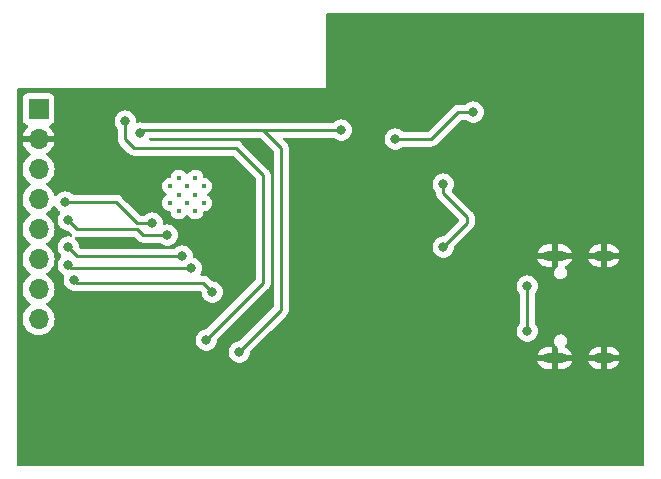
<source format=gbr>
%TF.GenerationSoftware,KiCad,Pcbnew,7.0.9*%
%TF.CreationDate,2024-12-09T18:27:57-04:00*%
%TF.ProjectId,ESP 32 LM,45535020-3332-4204-9c4d-2e6b69636164,rev?*%
%TF.SameCoordinates,Original*%
%TF.FileFunction,Copper,L2,Bot*%
%TF.FilePolarity,Positive*%
%FSLAX46Y46*%
G04 Gerber Fmt 4.6, Leading zero omitted, Abs format (unit mm)*
G04 Created by KiCad (PCBNEW 7.0.9) date 2024-12-09 18:27:57*
%MOMM*%
%LPD*%
G01*
G04 APERTURE LIST*
%TA.AperFunction,ComponentPad*%
%ADD10C,0.400000*%
%TD*%
%TA.AperFunction,ComponentPad*%
%ADD11O,1.700000X1.700000*%
%TD*%
%TA.AperFunction,ComponentPad*%
%ADD12R,1.700000X1.700000*%
%TD*%
%TA.AperFunction,ComponentPad*%
%ADD13O,1.700000X0.900000*%
%TD*%
%TA.AperFunction,ComponentPad*%
%ADD14O,2.000000X0.900000*%
%TD*%
%TA.AperFunction,ViaPad*%
%ADD15C,0.800000*%
%TD*%
%TA.AperFunction,Conductor*%
%ADD16C,0.250000*%
%TD*%
G04 APERTURE END LIST*
D10*
%TO.P,U3,41_21*%
%TO.N,N/C*%
X103467000Y-57146000D03*
%TO.P,U3,41_20*%
X102067000Y-57146000D03*
%TO.P,U3,41_19*%
X103467000Y-55746000D03*
%TO.P,U3,41_18*%
X102067000Y-55746000D03*
%TO.P,U3,41_17*%
X103467000Y-54346000D03*
%TO.P,U3,41_16*%
X102067000Y-54346000D03*
%TO.P,U3,41_15*%
X104167000Y-56446000D03*
%TO.P,U3,41_14*%
X102767000Y-56446000D03*
%TO.P,U3,41_13*%
X101367000Y-56446000D03*
%TO.P,U3,41_12*%
X104167000Y-55046000D03*
%TO.P,U3,41_11*%
X101367000Y-55046000D03*
%TO.P,U3,41_10*%
X102767000Y-55046000D03*
%TD*%
D11*
%TO.P,J2,8,Pin_8*%
%TO.N,BL*%
X90195000Y-66294000D03*
%TO.P,J2,7,Pin_7*%
%TO.N,RST*%
X90195000Y-63754000D03*
%TO.P,J2,6,Pin_6*%
%TO.N,DC*%
X90195000Y-61214000D03*
%TO.P,J2,5,Pin_5*%
%TO.N,CS*%
X90195000Y-58674000D03*
%TO.P,J2,4,Pin_4*%
%TO.N,CLK*%
X90195000Y-56134000D03*
%TO.P,J2,3,Pin_3*%
%TO.N,DIN*%
X90195000Y-53594000D03*
%TO.P,J2,2,Pin_2*%
%TO.N,GND*%
X90195000Y-51054000D03*
D12*
%TO.P,J2,1,Pin_1*%
%TO.N,ESP_3V3*%
X90195000Y-48514000D03*
%TD*%
D13*
%TO.P,J1,S4,SHIELD*%
%TO.N,GND*%
X138060500Y-60925000D03*
%TO.P,J1,S3,SHIELD*%
X138060500Y-69575000D03*
D14*
%TO.P,J1,S2,SHIELD*%
X133890500Y-60925000D03*
%TO.P,J1,S1,SHIELD*%
X133890500Y-69575000D03*
%TD*%
D15*
%TO.N,GND*%
X139954000Y-77978000D03*
X132842000Y-77724000D03*
X139954000Y-72390000D03*
X132842000Y-72390000D03*
X99060000Y-68072000D03*
X123444000Y-45466000D03*
X136906000Y-45466000D03*
X139192000Y-48260000D03*
X133858000Y-48260000D03*
X112014000Y-75692000D03*
X118110000Y-63500000D03*
X105410000Y-74422000D03*
X93218000Y-71882000D03*
X90170000Y-71882000D03*
X105918000Y-55626000D03*
X99060000Y-54864000D03*
X131318000Y-68580000D03*
X131572000Y-61722000D03*
X137668000Y-50038000D03*
X137922000Y-56388000D03*
X127508000Y-63754000D03*
X127762000Y-61976000D03*
%TO.N,Net-(D1-Pad2)*%
X131572000Y-67310000D03*
X131572000Y-63500000D03*
%TO.N,BL*%
X104902000Y-64008000D03*
X93218000Y-62992000D03*
%TO.N,RST*%
X92710000Y-61722000D03*
X103124000Y-61976000D03*
%TO.N,DC*%
X102362000Y-60960000D03*
X92710000Y-60198000D03*
%TO.N,CS*%
X101092000Y-59182000D03*
X92710000Y-57912000D03*
%TO.N,CLK*%
X99822000Y-58166000D03*
X92456000Y-56388000D03*
%TO.N,GND*%
X92710000Y-51054000D03*
%TO.N,ESP_3V3*%
X124460000Y-54864000D03*
X124460000Y-60198000D03*
%TO.N,GND*%
X113284000Y-68834000D03*
X129794000Y-68580000D03*
X122174000Y-72644000D03*
X126492000Y-74930000D03*
X124714000Y-73152000D03*
X112522000Y-72898000D03*
X117602000Y-66548000D03*
X120904000Y-58166000D03*
X124968000Y-57658000D03*
X119126000Y-52578000D03*
X124968000Y-51308000D03*
X118618000Y-47498000D03*
X139192000Y-41402000D03*
X135890000Y-41148000D03*
X128524000Y-40894000D03*
X128270000Y-42418000D03*
X125222000Y-40894000D03*
X117348000Y-42164000D03*
X93472000Y-48006000D03*
%TO.N,CHIP_PU*%
X107188000Y-69088000D03*
%TO.N,GPIO0*%
X127000000Y-48768000D03*
X120396000Y-51054000D03*
%TO.N,ESP_3V3*%
X97536000Y-49530000D03*
X104394000Y-68072000D03*
%TO.N,CHIP_PU*%
X98806000Y-50546000D03*
X115824000Y-50292000D03*
%TD*%
D16*
%TO.N,Net-(D1-Pad2)*%
X131572000Y-63500000D02*
X131572000Y-67310000D01*
%TO.N,BL*%
X104140000Y-63246000D02*
X104902000Y-64008000D01*
X93218000Y-62992000D02*
X93472000Y-63246000D01*
X93472000Y-63246000D02*
X104140000Y-63246000D01*
%TO.N,RST*%
X92964000Y-61976000D02*
X92710000Y-61722000D01*
X103124000Y-61976000D02*
X92964000Y-61976000D01*
%TO.N,DC*%
X93472000Y-60960000D02*
X92710000Y-60198000D01*
X102362000Y-60960000D02*
X93472000Y-60960000D01*
%TO.N,CS*%
X98552000Y-58674000D02*
X93472000Y-58674000D01*
X99060000Y-59182000D02*
X98552000Y-58674000D01*
X101092000Y-59182000D02*
X99060000Y-59182000D01*
X93472000Y-58674000D02*
X92710000Y-57912000D01*
%TO.N,CLK*%
X98552000Y-58166000D02*
X96774000Y-56388000D01*
X96774000Y-56388000D02*
X92456000Y-56388000D01*
X99822000Y-58166000D02*
X98552000Y-58166000D01*
%TO.N,GND*%
X93472000Y-50292000D02*
X93472000Y-48006000D01*
X92710000Y-51054000D02*
X93472000Y-50292000D01*
%TO.N,ESP_3V3*%
X126492000Y-57658000D02*
X124460000Y-55626000D01*
X124460000Y-60198000D02*
X126492000Y-58166000D01*
X126492000Y-58166000D02*
X126492000Y-57658000D01*
X124460000Y-55626000D02*
X124460000Y-54864000D01*
%TO.N,CHIP_PU*%
X110744000Y-51816000D02*
X109220000Y-50292000D01*
X115824000Y-50292000D02*
X109220000Y-50292000D01*
X109220000Y-50292000D02*
X99060000Y-50292000D01*
X107188000Y-69088000D02*
X110744000Y-65532000D01*
X110744000Y-65532000D02*
X110744000Y-51816000D01*
%TO.N,GPIO0*%
X125730000Y-48768000D02*
X127000000Y-48768000D01*
X123444000Y-51054000D02*
X125730000Y-48768000D01*
X120396000Y-51054000D02*
X123444000Y-51054000D01*
%TO.N,ESP_3V3*%
X97536000Y-51054000D02*
X97536000Y-49530000D01*
X106934000Y-51816000D02*
X98298000Y-51816000D01*
X109220000Y-54102000D02*
X106934000Y-51816000D01*
X109220000Y-63246000D02*
X109220000Y-54102000D01*
X98298000Y-51816000D02*
X97536000Y-51054000D01*
X104394000Y-68072000D02*
X109220000Y-63246000D01*
%TO.N,CHIP_PU*%
X99060000Y-50292000D02*
X98806000Y-50546000D01*
%TD*%
%TA.AperFunction,Conductor*%
%TO.N,GND*%
G36*
X141478000Y-78616000D02*
G01*
X141458315Y-78683039D01*
X141405511Y-78728794D01*
X141354000Y-78740000D01*
X88516000Y-78740000D01*
X88448961Y-78720315D01*
X88403206Y-78667511D01*
X88392000Y-78616000D01*
X88392000Y-66294000D01*
X88839341Y-66294000D01*
X88859936Y-66529403D01*
X88859938Y-66529413D01*
X88921094Y-66757655D01*
X88921096Y-66757659D01*
X88921097Y-66757663D01*
X88930480Y-66777784D01*
X89020965Y-66971830D01*
X89020967Y-66971834D01*
X89125933Y-67121740D01*
X89156505Y-67165401D01*
X89323599Y-67332495D01*
X89418736Y-67399111D01*
X89517165Y-67468032D01*
X89517167Y-67468033D01*
X89517170Y-67468035D01*
X89731337Y-67567903D01*
X89959592Y-67629063D01*
X90147918Y-67645539D01*
X90194999Y-67649659D01*
X90195000Y-67649659D01*
X90195001Y-67649659D01*
X90234234Y-67646226D01*
X90430408Y-67629063D01*
X90658663Y-67567903D01*
X90872830Y-67468035D01*
X91066401Y-67332495D01*
X91233495Y-67165401D01*
X91369035Y-66971830D01*
X91468903Y-66757663D01*
X91530063Y-66529408D01*
X91550659Y-66294000D01*
X91530063Y-66058592D01*
X91468903Y-65830337D01*
X91369035Y-65616171D01*
X91365426Y-65611016D01*
X91233494Y-65422597D01*
X91066402Y-65255506D01*
X91066396Y-65255501D01*
X90880842Y-65125575D01*
X90837217Y-65070998D01*
X90830023Y-65001500D01*
X90861546Y-64939145D01*
X90880842Y-64922425D01*
X90956938Y-64869142D01*
X91066401Y-64792495D01*
X91233495Y-64625401D01*
X91369035Y-64431830D01*
X91468903Y-64217663D01*
X91530063Y-63989408D01*
X91550659Y-63754000D01*
X91548715Y-63731786D01*
X91544303Y-63681348D01*
X91530063Y-63518592D01*
X91468903Y-63290337D01*
X91369035Y-63076171D01*
X91317511Y-63002586D01*
X91233494Y-62882597D01*
X91066402Y-62715506D01*
X91066396Y-62715501D01*
X90880842Y-62585575D01*
X90837217Y-62530998D01*
X90830023Y-62461500D01*
X90861546Y-62399145D01*
X90880842Y-62382425D01*
X90967032Y-62322074D01*
X91066401Y-62252495D01*
X91233495Y-62085401D01*
X91369035Y-61891830D01*
X91468903Y-61677663D01*
X91530063Y-61449408D01*
X91550659Y-61214000D01*
X91530063Y-60978592D01*
X91468903Y-60750337D01*
X91369035Y-60536171D01*
X91346840Y-60504472D01*
X91233494Y-60342597D01*
X91066402Y-60175506D01*
X91066396Y-60175501D01*
X90880842Y-60045575D01*
X90837217Y-59990998D01*
X90830023Y-59921500D01*
X90861546Y-59859145D01*
X90880842Y-59842425D01*
X90986850Y-59768197D01*
X91066401Y-59712495D01*
X91233495Y-59545401D01*
X91369035Y-59351830D01*
X91468903Y-59137663D01*
X91530063Y-58909408D01*
X91550659Y-58674000D01*
X91548715Y-58651786D01*
X91544304Y-58601364D01*
X91530063Y-58438592D01*
X91468903Y-58210337D01*
X91369035Y-57996171D01*
X91356133Y-57977744D01*
X91233494Y-57802597D01*
X91066402Y-57635506D01*
X91066396Y-57635501D01*
X90880842Y-57505575D01*
X90837217Y-57450998D01*
X90830023Y-57381500D01*
X90861546Y-57319145D01*
X90880842Y-57302425D01*
X90953343Y-57251659D01*
X91066401Y-57172495D01*
X91233495Y-57005401D01*
X91369035Y-56811830D01*
X91399740Y-56745982D01*
X91445909Y-56693547D01*
X91513103Y-56674394D01*
X91579984Y-56694609D01*
X91625319Y-56747774D01*
X91627147Y-56752524D01*
X91628821Y-56756284D01*
X91723467Y-56920216D01*
X91850129Y-57060888D01*
X91970612Y-57148424D01*
X91989275Y-57161983D01*
X92031941Y-57217313D01*
X92037920Y-57286926D01*
X92008541Y-57345272D01*
X91977466Y-57379785D01*
X91882821Y-57543715D01*
X91882818Y-57543722D01*
X91824327Y-57723740D01*
X91824326Y-57723744D01*
X91804540Y-57912000D01*
X91824326Y-58100256D01*
X91824327Y-58100259D01*
X91882818Y-58280277D01*
X91882821Y-58280284D01*
X91977467Y-58444216D01*
X92044831Y-58519031D01*
X92104129Y-58584888D01*
X92257265Y-58696148D01*
X92257270Y-58696151D01*
X92430192Y-58773142D01*
X92430197Y-58773144D01*
X92615354Y-58812500D01*
X92674548Y-58812500D01*
X92741587Y-58832185D01*
X92762229Y-58848819D01*
X92971194Y-59057784D01*
X92981019Y-59070048D01*
X92981240Y-59069866D01*
X92986210Y-59075873D01*
X92986213Y-59075876D01*
X92986214Y-59075877D01*
X93020640Y-59108206D01*
X93056035Y-59168446D01*
X93053243Y-59238260D01*
X93013150Y-59295481D01*
X92948485Y-59321943D01*
X92909977Y-59319888D01*
X92804647Y-59297500D01*
X92804646Y-59297500D01*
X92615354Y-59297500D01*
X92598761Y-59301027D01*
X92430197Y-59336855D01*
X92430192Y-59336857D01*
X92257270Y-59413848D01*
X92257265Y-59413851D01*
X92104129Y-59525111D01*
X91977466Y-59665785D01*
X91882821Y-59829715D01*
X91882818Y-59829722D01*
X91835615Y-59975000D01*
X91824326Y-60009744D01*
X91804540Y-60198000D01*
X91824326Y-60386256D01*
X91824327Y-60386259D01*
X91882818Y-60566277D01*
X91882821Y-60566284D01*
X91977467Y-60730216D01*
X92077649Y-60841479D01*
X92108478Y-60875718D01*
X92106633Y-60877378D01*
X92137413Y-60927374D01*
X92136061Y-60997230D01*
X92106796Y-61042767D01*
X92108478Y-61044282D01*
X91977466Y-61189785D01*
X91882821Y-61353715D01*
X91882818Y-61353722D01*
X91832202Y-61509503D01*
X91824326Y-61533744D01*
X91804540Y-61722000D01*
X91824326Y-61910256D01*
X91824327Y-61910259D01*
X91882818Y-62090277D01*
X91882821Y-62090284D01*
X91977467Y-62254216D01*
X92058559Y-62344277D01*
X92104129Y-62394888D01*
X92257265Y-62506148D01*
X92257266Y-62506148D01*
X92257270Y-62506151D01*
X92305317Y-62527543D01*
X92358554Y-62572793D01*
X92378875Y-62639642D01*
X92372812Y-62679140D01*
X92334591Y-62796773D01*
X92332326Y-62803744D01*
X92312540Y-62992000D01*
X92332326Y-63180256D01*
X92332327Y-63180259D01*
X92390818Y-63360277D01*
X92390821Y-63360284D01*
X92485467Y-63524216D01*
X92608151Y-63660470D01*
X92612129Y-63664888D01*
X92765265Y-63776148D01*
X92765270Y-63776151D01*
X92938192Y-63853142D01*
X92938197Y-63853144D01*
X93123354Y-63892500D01*
X93123355Y-63892500D01*
X93312644Y-63892500D01*
X93312646Y-63892500D01*
X93393801Y-63875249D01*
X93438981Y-63874067D01*
X93452194Y-63876159D01*
X93452195Y-63876160D01*
X93452195Y-63876159D01*
X93452196Y-63876160D01*
X93498584Y-63871775D01*
X93504422Y-63871500D01*
X103829548Y-63871500D01*
X103896587Y-63891185D01*
X103917229Y-63907819D01*
X103963038Y-63953628D01*
X103996523Y-64014951D01*
X103998678Y-64028347D01*
X103999085Y-64032216D01*
X104016326Y-64196256D01*
X104016327Y-64196259D01*
X104074818Y-64376277D01*
X104074821Y-64376284D01*
X104169467Y-64540216D01*
X104246163Y-64625395D01*
X104296129Y-64680888D01*
X104449265Y-64792148D01*
X104449270Y-64792151D01*
X104622192Y-64869142D01*
X104622197Y-64869144D01*
X104807354Y-64908500D01*
X104807355Y-64908500D01*
X104996644Y-64908500D01*
X104996646Y-64908500D01*
X105181803Y-64869144D01*
X105354730Y-64792151D01*
X105507871Y-64680888D01*
X105634533Y-64540216D01*
X105729179Y-64376284D01*
X105787674Y-64196256D01*
X105807460Y-64008000D01*
X105787674Y-63819744D01*
X105729179Y-63639716D01*
X105634533Y-63475784D01*
X105507871Y-63335112D01*
X105493982Y-63325021D01*
X105354734Y-63223851D01*
X105354729Y-63223848D01*
X105181807Y-63146857D01*
X105181802Y-63146855D01*
X105036001Y-63115865D01*
X104996646Y-63107500D01*
X104996645Y-63107500D01*
X104937453Y-63107500D01*
X104870414Y-63087815D01*
X104849772Y-63071181D01*
X104640803Y-62862212D01*
X104630980Y-62849950D01*
X104630759Y-62850134D01*
X104625786Y-62844123D01*
X104607670Y-62827111D01*
X104575364Y-62796773D01*
X104564919Y-62786328D01*
X104554475Y-62775883D01*
X104548986Y-62771625D01*
X104544561Y-62767847D01*
X104510582Y-62735938D01*
X104510580Y-62735936D01*
X104510577Y-62735935D01*
X104493029Y-62726288D01*
X104476763Y-62715604D01*
X104476637Y-62715506D01*
X104460936Y-62703327D01*
X104460935Y-62703326D01*
X104460933Y-62703325D01*
X104418168Y-62684818D01*
X104412922Y-62682248D01*
X104372093Y-62659803D01*
X104372092Y-62659802D01*
X104352693Y-62654822D01*
X104334281Y-62648518D01*
X104315898Y-62640562D01*
X104315892Y-62640560D01*
X104269874Y-62633272D01*
X104264152Y-62632087D01*
X104219021Y-62620500D01*
X104219019Y-62620500D01*
X104198984Y-62620500D01*
X104179586Y-62618973D01*
X104172162Y-62617797D01*
X104159805Y-62615840D01*
X104159804Y-62615840D01*
X104113416Y-62620225D01*
X104107578Y-62620500D01*
X104006480Y-62620500D01*
X103939441Y-62600815D01*
X103893686Y-62548011D01*
X103883742Y-62478853D01*
X103899093Y-62434500D01*
X103919505Y-62399145D01*
X103951179Y-62344284D01*
X104009674Y-62164256D01*
X104029460Y-61976000D01*
X104009674Y-61787744D01*
X103951179Y-61607716D01*
X103856533Y-61443784D01*
X103729871Y-61303112D01*
X103665912Y-61256643D01*
X103576734Y-61191851D01*
X103576729Y-61191848D01*
X103403807Y-61114857D01*
X103403802Y-61114855D01*
X103363729Y-61106338D01*
X103302248Y-61073146D01*
X103268471Y-61011983D01*
X103266190Y-60972084D01*
X103267460Y-60960003D01*
X103267460Y-60960002D01*
X103264031Y-60927374D01*
X103247674Y-60771744D01*
X103189179Y-60591716D01*
X103094533Y-60427784D01*
X102967871Y-60287112D01*
X102967870Y-60287111D01*
X102814734Y-60175851D01*
X102814729Y-60175848D01*
X102641807Y-60098857D01*
X102641802Y-60098855D01*
X102496001Y-60067865D01*
X102456646Y-60059500D01*
X102267354Y-60059500D01*
X102234897Y-60066398D01*
X102082197Y-60098855D01*
X102082192Y-60098857D01*
X101909270Y-60175848D01*
X101909265Y-60175851D01*
X101756130Y-60287110D01*
X101756126Y-60287114D01*
X101750400Y-60293474D01*
X101690913Y-60330121D01*
X101658252Y-60334500D01*
X93782453Y-60334500D01*
X93715414Y-60314815D01*
X93694772Y-60298181D01*
X93648960Y-60252369D01*
X93615475Y-60191046D01*
X93613323Y-60177668D01*
X93595674Y-60009744D01*
X93537179Y-59829716D01*
X93442533Y-59665784D01*
X93315871Y-59525112D01*
X93314090Y-59523818D01*
X93313309Y-59522805D01*
X93311042Y-59520764D01*
X93311415Y-59520349D01*
X93271424Y-59468490D01*
X93265444Y-59398876D01*
X93298050Y-59337081D01*
X93358888Y-59302723D01*
X93386975Y-59299500D01*
X93392981Y-59299500D01*
X93413016Y-59299500D01*
X93432413Y-59301026D01*
X93452196Y-59304160D01*
X93498584Y-59299775D01*
X93504422Y-59299500D01*
X98241548Y-59299500D01*
X98308587Y-59319185D01*
X98329229Y-59335819D01*
X98559194Y-59565784D01*
X98569017Y-59578045D01*
X98569239Y-59577863D01*
X98574212Y-59583875D01*
X98624636Y-59631227D01*
X98645523Y-59652115D01*
X98645527Y-59652118D01*
X98645529Y-59652120D01*
X98651011Y-59656373D01*
X98655443Y-59660157D01*
X98689418Y-59692062D01*
X98706976Y-59701714D01*
X98723235Y-59712395D01*
X98739064Y-59724673D01*
X98781838Y-59743182D01*
X98787056Y-59745738D01*
X98827908Y-59768197D01*
X98847316Y-59773180D01*
X98865717Y-59779480D01*
X98884104Y-59787437D01*
X98927488Y-59794308D01*
X98930119Y-59794725D01*
X98935839Y-59795909D01*
X98980981Y-59807500D01*
X99001016Y-59807500D01*
X99020415Y-59809027D01*
X99040196Y-59812160D01*
X99080434Y-59808356D01*
X99086582Y-59807775D01*
X99092420Y-59807500D01*
X100388252Y-59807500D01*
X100455291Y-59827185D01*
X100480400Y-59848526D01*
X100486126Y-59854885D01*
X100486130Y-59854889D01*
X100639265Y-59966148D01*
X100639270Y-59966151D01*
X100812192Y-60043142D01*
X100812197Y-60043144D01*
X100997354Y-60082500D01*
X100997355Y-60082500D01*
X101186644Y-60082500D01*
X101186646Y-60082500D01*
X101371803Y-60043144D01*
X101544730Y-59966151D01*
X101697871Y-59854888D01*
X101824533Y-59714216D01*
X101919179Y-59550284D01*
X101977674Y-59370256D01*
X101997460Y-59182000D01*
X101977674Y-58993744D01*
X101919179Y-58813716D01*
X101824533Y-58649784D01*
X101697871Y-58509112D01*
X101697870Y-58509111D01*
X101544734Y-58397851D01*
X101544729Y-58397848D01*
X101371807Y-58320857D01*
X101371802Y-58320855D01*
X101226001Y-58289865D01*
X101186646Y-58281500D01*
X100997354Y-58281500D01*
X100997353Y-58281500D01*
X100875816Y-58307333D01*
X100806149Y-58302017D01*
X100750416Y-58259880D01*
X100726311Y-58194300D01*
X100726716Y-58173078D01*
X100727460Y-58166000D01*
X100707674Y-57977744D01*
X100649179Y-57797716D01*
X100554533Y-57633784D01*
X100427871Y-57493112D01*
X100427870Y-57493111D01*
X100274734Y-57381851D01*
X100274729Y-57381848D01*
X100101807Y-57304857D01*
X100101802Y-57304855D01*
X99956001Y-57273865D01*
X99916646Y-57265500D01*
X99727354Y-57265500D01*
X99694897Y-57272398D01*
X99542197Y-57304855D01*
X99542192Y-57304857D01*
X99369270Y-57381848D01*
X99369265Y-57381851D01*
X99216130Y-57493110D01*
X99216126Y-57493114D01*
X99210400Y-57499474D01*
X99150913Y-57536121D01*
X99118252Y-57540500D01*
X98862452Y-57540500D01*
X98795413Y-57520815D01*
X98774771Y-57504181D01*
X98026874Y-56756284D01*
X97716590Y-56446000D01*
X100661355Y-56446000D01*
X100681859Y-56614869D01*
X100681860Y-56614874D01*
X100742182Y-56773931D01*
X100768345Y-56811834D01*
X100838817Y-56913929D01*
X100942061Y-57005395D01*
X100966150Y-57026736D01*
X101116774Y-57105790D01*
X101116773Y-57105790D01*
X101186478Y-57122970D01*
X101280763Y-57146209D01*
X101341143Y-57181364D01*
X101372932Y-57243583D01*
X101374184Y-57251658D01*
X101381859Y-57314868D01*
X101381860Y-57314874D01*
X101442182Y-57473931D01*
X101488132Y-57540500D01*
X101538817Y-57613929D01*
X101644505Y-57707560D01*
X101666150Y-57726736D01*
X101801391Y-57797716D01*
X101816775Y-57805790D01*
X101981944Y-57846500D01*
X102152056Y-57846500D01*
X102317225Y-57805790D01*
X102396692Y-57764081D01*
X102467849Y-57726736D01*
X102467850Y-57726734D01*
X102467852Y-57726734D01*
X102595183Y-57613929D01*
X102664951Y-57512853D01*
X102719233Y-57468864D01*
X102788681Y-57461204D01*
X102851246Y-57492307D01*
X102869047Y-57512851D01*
X102912680Y-57576064D01*
X102938815Y-57613927D01*
X102938817Y-57613929D01*
X102977484Y-57648185D01*
X103066150Y-57726736D01*
X103201391Y-57797716D01*
X103216775Y-57805790D01*
X103381944Y-57846500D01*
X103552056Y-57846500D01*
X103717225Y-57805790D01*
X103796692Y-57764081D01*
X103867849Y-57726736D01*
X103867850Y-57726734D01*
X103867852Y-57726734D01*
X103995183Y-57613929D01*
X104091818Y-57473930D01*
X104152140Y-57314872D01*
X104159815Y-57251657D01*
X104187436Y-57187481D01*
X104245370Y-57148424D01*
X104253211Y-57146215D01*
X104417225Y-57105790D01*
X104567849Y-57026736D01*
X104567850Y-57026734D01*
X104567852Y-57026734D01*
X104695183Y-56913929D01*
X104791818Y-56773930D01*
X104852140Y-56614872D01*
X104872645Y-56446000D01*
X104852140Y-56277128D01*
X104791818Y-56118070D01*
X104773285Y-56091221D01*
X104750069Y-56057586D01*
X104695183Y-55978071D01*
X104567852Y-55865266D01*
X104549809Y-55855796D01*
X104499597Y-55807212D01*
X104483622Y-55739194D01*
X104506957Y-55673336D01*
X104549809Y-55636203D01*
X104567852Y-55626734D01*
X104695183Y-55513929D01*
X104791818Y-55373930D01*
X104852140Y-55214872D01*
X104872645Y-55046000D01*
X104852140Y-54877128D01*
X104791818Y-54718070D01*
X104695183Y-54578071D01*
X104568006Y-54465402D01*
X104567849Y-54465263D01*
X104417226Y-54386210D01*
X104315308Y-54361090D01*
X104253235Y-54345790D01*
X104192856Y-54310635D01*
X104161067Y-54248416D01*
X104159816Y-54240349D01*
X104152140Y-54177128D01*
X104146149Y-54161332D01*
X104106830Y-54057655D01*
X104091818Y-54018070D01*
X104081673Y-54003373D01*
X104054151Y-53963500D01*
X103995183Y-53878071D01*
X103867852Y-53765266D01*
X103867849Y-53765263D01*
X103717226Y-53686210D01*
X103552056Y-53645500D01*
X103381944Y-53645500D01*
X103216773Y-53686210D01*
X103066150Y-53765263D01*
X102988153Y-53834363D01*
X102938817Y-53878071D01*
X102869048Y-53979146D01*
X102814767Y-54023136D01*
X102745318Y-54030795D01*
X102682753Y-53999691D01*
X102664952Y-53979148D01*
X102595183Y-53878071D01*
X102467852Y-53765266D01*
X102467849Y-53765263D01*
X102317226Y-53686210D01*
X102152056Y-53645500D01*
X101981944Y-53645500D01*
X101816773Y-53686210D01*
X101666150Y-53765263D01*
X101538816Y-53878072D01*
X101442182Y-54018068D01*
X101381860Y-54177125D01*
X101381859Y-54177130D01*
X101374184Y-54240342D01*
X101346562Y-54304519D01*
X101288627Y-54343575D01*
X101280763Y-54345791D01*
X101116773Y-54386210D01*
X100966150Y-54465263D01*
X100838816Y-54578072D01*
X100742182Y-54718068D01*
X100681860Y-54877125D01*
X100681859Y-54877130D01*
X100661355Y-55046000D01*
X100681859Y-55214869D01*
X100681860Y-55214874D01*
X100742182Y-55373931D01*
X100757565Y-55396216D01*
X100838817Y-55513929D01*
X100966148Y-55626734D01*
X100979194Y-55633581D01*
X100984191Y-55636204D01*
X101034403Y-55684789D01*
X101050377Y-55752808D01*
X101027041Y-55818666D01*
X100984191Y-55855796D01*
X100966149Y-55865265D01*
X100838816Y-55978072D01*
X100742182Y-56118068D01*
X100681860Y-56277125D01*
X100681859Y-56277130D01*
X100661355Y-56446000D01*
X97716590Y-56446000D01*
X97274803Y-56004212D01*
X97264980Y-55991950D01*
X97264759Y-55992134D01*
X97259786Y-55986123D01*
X97209364Y-55938773D01*
X97198919Y-55928328D01*
X97188475Y-55917883D01*
X97182986Y-55913625D01*
X97178561Y-55909847D01*
X97144582Y-55877938D01*
X97144580Y-55877936D01*
X97144577Y-55877935D01*
X97127029Y-55868288D01*
X97110763Y-55857604D01*
X97094936Y-55845327D01*
X97094935Y-55845326D01*
X97094933Y-55845325D01*
X97052168Y-55826818D01*
X97046922Y-55824248D01*
X97006093Y-55801803D01*
X97006092Y-55801802D01*
X96986693Y-55796822D01*
X96968281Y-55790518D01*
X96949898Y-55782562D01*
X96949892Y-55782560D01*
X96903874Y-55775272D01*
X96898152Y-55774087D01*
X96853021Y-55762500D01*
X96853019Y-55762500D01*
X96832984Y-55762500D01*
X96813586Y-55760973D01*
X96806162Y-55759797D01*
X96793805Y-55757840D01*
X96793804Y-55757840D01*
X96747416Y-55762225D01*
X96741578Y-55762500D01*
X93159748Y-55762500D01*
X93092709Y-55742815D01*
X93067600Y-55721474D01*
X93061873Y-55715114D01*
X93061869Y-55715110D01*
X92908734Y-55603851D01*
X92908729Y-55603848D01*
X92735807Y-55526857D01*
X92735802Y-55526855D01*
X92590001Y-55495865D01*
X92550646Y-55487500D01*
X92361354Y-55487500D01*
X92328897Y-55494398D01*
X92176197Y-55526855D01*
X92176192Y-55526857D01*
X92003270Y-55603848D01*
X92003265Y-55603851D01*
X91850129Y-55715111D01*
X91719119Y-55860613D01*
X91717105Y-55858800D01*
X91671237Y-55894150D01*
X91601622Y-55900109D01*
X91539836Y-55867485D01*
X91506507Y-55810679D01*
X91504128Y-55801802D01*
X91480900Y-55715110D01*
X91468905Y-55670344D01*
X91468904Y-55670343D01*
X91468903Y-55670337D01*
X91369035Y-55456171D01*
X91327055Y-55396216D01*
X91233494Y-55262597D01*
X91066402Y-55095506D01*
X91066396Y-55095501D01*
X90880842Y-54965575D01*
X90837217Y-54910998D01*
X90830023Y-54841500D01*
X90861546Y-54779145D01*
X90880842Y-54762425D01*
X91004635Y-54675744D01*
X91066401Y-54632495D01*
X91233495Y-54465401D01*
X91369035Y-54271830D01*
X91468903Y-54057663D01*
X91530063Y-53829408D01*
X91550659Y-53594000D01*
X91530063Y-53358592D01*
X91468903Y-53130337D01*
X91369035Y-52916171D01*
X91233495Y-52722599D01*
X91233494Y-52722597D01*
X91066402Y-52555506D01*
X91066401Y-52555505D01*
X90880405Y-52425269D01*
X90836781Y-52370692D01*
X90829588Y-52301193D01*
X90861110Y-52238839D01*
X90880405Y-52222119D01*
X91066082Y-52092105D01*
X91233105Y-51925082D01*
X91368600Y-51731578D01*
X91468429Y-51517492D01*
X91468432Y-51517486D01*
X91525636Y-51304000D01*
X90628686Y-51304000D01*
X90654493Y-51263844D01*
X90695000Y-51125889D01*
X90695000Y-50982111D01*
X90654493Y-50844156D01*
X90628686Y-50804000D01*
X91525636Y-50804000D01*
X91525635Y-50803999D01*
X91468432Y-50590513D01*
X91468429Y-50590507D01*
X91368600Y-50376422D01*
X91368599Y-50376420D01*
X91233113Y-50182926D01*
X91233108Y-50182920D01*
X91111053Y-50060865D01*
X91077568Y-49999542D01*
X91082552Y-49929850D01*
X91124424Y-49873917D01*
X91155400Y-49857002D01*
X91287331Y-49807796D01*
X91402546Y-49721546D01*
X91488796Y-49606331D01*
X91517266Y-49530000D01*
X96630540Y-49530000D01*
X96650326Y-49718256D01*
X96650327Y-49718259D01*
X96708818Y-49898277D01*
X96708821Y-49898284D01*
X96803467Y-50062216D01*
X96840856Y-50103740D01*
X96878650Y-50145715D01*
X96908880Y-50208706D01*
X96910500Y-50228687D01*
X96910500Y-50971255D01*
X96908775Y-50986872D01*
X96909061Y-50986899D01*
X96908326Y-50994665D01*
X96910500Y-51063814D01*
X96910500Y-51093343D01*
X96910501Y-51093360D01*
X96911368Y-51100231D01*
X96911826Y-51106050D01*
X96913290Y-51152624D01*
X96913291Y-51152627D01*
X96918880Y-51171867D01*
X96922824Y-51190911D01*
X96925336Y-51210792D01*
X96941749Y-51252248D01*
X96942490Y-51254119D01*
X96944382Y-51259647D01*
X96957268Y-51304000D01*
X96957382Y-51304390D01*
X96958297Y-51305938D01*
X96967580Y-51321634D01*
X96976136Y-51339100D01*
X96983514Y-51357732D01*
X97003178Y-51384798D01*
X97010898Y-51395423D01*
X97014106Y-51400307D01*
X97037827Y-51440416D01*
X97037833Y-51440424D01*
X97051990Y-51454580D01*
X97064628Y-51469376D01*
X97069031Y-51475437D01*
X97076406Y-51485587D01*
X97108659Y-51512269D01*
X97112309Y-51515288D01*
X97116620Y-51519210D01*
X97472742Y-51875332D01*
X97797194Y-52199784D01*
X97807019Y-52212048D01*
X97807240Y-52211866D01*
X97812210Y-52217873D01*
X97812213Y-52217876D01*
X97812214Y-52217877D01*
X97862651Y-52265241D01*
X97883530Y-52286120D01*
X97889004Y-52290366D01*
X97893442Y-52294156D01*
X97927418Y-52326062D01*
X97927422Y-52326064D01*
X97944973Y-52335713D01*
X97961231Y-52346392D01*
X97977064Y-52358674D01*
X97999015Y-52368172D01*
X98019837Y-52377183D01*
X98025081Y-52379752D01*
X98065908Y-52402197D01*
X98085312Y-52407179D01*
X98103710Y-52413478D01*
X98122105Y-52421438D01*
X98168129Y-52428726D01*
X98173832Y-52429907D01*
X98218981Y-52441500D01*
X98239016Y-52441500D01*
X98258413Y-52443026D01*
X98278196Y-52446160D01*
X98324584Y-52441775D01*
X98330422Y-52441500D01*
X106623548Y-52441500D01*
X106690587Y-52461185D01*
X106711229Y-52477819D01*
X108558181Y-54324771D01*
X108591666Y-54386094D01*
X108594500Y-54412452D01*
X108594500Y-62935547D01*
X108574815Y-63002586D01*
X108558181Y-63023228D01*
X104446228Y-67135181D01*
X104384905Y-67168666D01*
X104358547Y-67171500D01*
X104299354Y-67171500D01*
X104266897Y-67178398D01*
X104114197Y-67210855D01*
X104114192Y-67210857D01*
X103941270Y-67287848D01*
X103941265Y-67287851D01*
X103788129Y-67399111D01*
X103661466Y-67539785D01*
X103566821Y-67703715D01*
X103566818Y-67703722D01*
X103521820Y-67842214D01*
X103508326Y-67883744D01*
X103488540Y-68072000D01*
X103508326Y-68260256D01*
X103508327Y-68260259D01*
X103566818Y-68440277D01*
X103566821Y-68440284D01*
X103661467Y-68604216D01*
X103783805Y-68740086D01*
X103788129Y-68744888D01*
X103941265Y-68856148D01*
X103941270Y-68856151D01*
X104114192Y-68933142D01*
X104114197Y-68933144D01*
X104299354Y-68972500D01*
X104299355Y-68972500D01*
X104488644Y-68972500D01*
X104488646Y-68972500D01*
X104673803Y-68933144D01*
X104846730Y-68856151D01*
X104999871Y-68744888D01*
X105126533Y-68604216D01*
X105221179Y-68440284D01*
X105279674Y-68260256D01*
X105297321Y-68092345D01*
X105323905Y-68027732D01*
X105332952Y-68017636D01*
X109603786Y-63746802D01*
X109616048Y-63736980D01*
X109615865Y-63736759D01*
X109621867Y-63731792D01*
X109621877Y-63731786D01*
X109669241Y-63681348D01*
X109690120Y-63660470D01*
X109694373Y-63654986D01*
X109698150Y-63650563D01*
X109730062Y-63616582D01*
X109739714Y-63599023D01*
X109750389Y-63582772D01*
X109762674Y-63566936D01*
X109781186Y-63524152D01*
X109783742Y-63518935D01*
X109806197Y-63478092D01*
X109811180Y-63458680D01*
X109817477Y-63440291D01*
X109825438Y-63421895D01*
X109832729Y-63375853D01*
X109833908Y-63370162D01*
X109845500Y-63325019D01*
X109845500Y-63304983D01*
X109847027Y-63285582D01*
X109850160Y-63265804D01*
X109845775Y-63219415D01*
X109845500Y-63213577D01*
X109845500Y-54184737D01*
X109847224Y-54169123D01*
X109846938Y-54169096D01*
X109847672Y-54161333D01*
X109845500Y-54092203D01*
X109845500Y-54062651D01*
X109845500Y-54062650D01*
X109844629Y-54055759D01*
X109844172Y-54049945D01*
X109843570Y-54030795D01*
X109842709Y-54003373D01*
X109842558Y-54002855D01*
X109837122Y-53984144D01*
X109833174Y-53965084D01*
X109832974Y-53963500D01*
X109830664Y-53945208D01*
X109813507Y-53901875D01*
X109811619Y-53896359D01*
X109798619Y-53851612D01*
X109788418Y-53834363D01*
X109779860Y-53816894D01*
X109772486Y-53798268D01*
X109772483Y-53798264D01*
X109772483Y-53798263D01*
X109745098Y-53760571D01*
X109741890Y-53755687D01*
X109718172Y-53715582D01*
X109718163Y-53715571D01*
X109704005Y-53701413D01*
X109691370Y-53686620D01*
X109679593Y-53670412D01*
X109643693Y-53640713D01*
X109639381Y-53636790D01*
X107434803Y-51432212D01*
X107424980Y-51419950D01*
X107424759Y-51420134D01*
X107419786Y-51414123D01*
X107405407Y-51400620D01*
X107369364Y-51366773D01*
X107355442Y-51352851D01*
X107348475Y-51345883D01*
X107342986Y-51341625D01*
X107338561Y-51337847D01*
X107304582Y-51305938D01*
X107304580Y-51305936D01*
X107304577Y-51305935D01*
X107287029Y-51296288D01*
X107270763Y-51285604D01*
X107254933Y-51273325D01*
X107212168Y-51254818D01*
X107206922Y-51252248D01*
X107166093Y-51229803D01*
X107166092Y-51229802D01*
X107146693Y-51224822D01*
X107128281Y-51218518D01*
X107109898Y-51210562D01*
X107109892Y-51210560D01*
X107063874Y-51203272D01*
X107058152Y-51202087D01*
X107013021Y-51190500D01*
X107013019Y-51190500D01*
X106992984Y-51190500D01*
X106973586Y-51188973D01*
X106966162Y-51187797D01*
X106953805Y-51185840D01*
X106953804Y-51185840D01*
X106907416Y-51190225D01*
X106901578Y-51190500D01*
X99688480Y-51190500D01*
X99621441Y-51170815D01*
X99575686Y-51118011D01*
X99565742Y-51048853D01*
X99581093Y-51004499D01*
X99584750Y-50998166D01*
X99595527Y-50979498D01*
X99646095Y-50931284D01*
X99702914Y-50917500D01*
X108909548Y-50917500D01*
X108976587Y-50937185D01*
X108997229Y-50953819D01*
X110082181Y-52038771D01*
X110115666Y-52100094D01*
X110118500Y-52126452D01*
X110118500Y-65221547D01*
X110098815Y-65288586D01*
X110082181Y-65309228D01*
X107240228Y-68151181D01*
X107178905Y-68184666D01*
X107152547Y-68187500D01*
X107093354Y-68187500D01*
X107060897Y-68194398D01*
X106908197Y-68226855D01*
X106908192Y-68226857D01*
X106735270Y-68303848D01*
X106735265Y-68303851D01*
X106582129Y-68415111D01*
X106455466Y-68555785D01*
X106360821Y-68719715D01*
X106360818Y-68719722D01*
X106316491Y-68856148D01*
X106302326Y-68899744D01*
X106282540Y-69088000D01*
X106302326Y-69276256D01*
X106302327Y-69276259D01*
X106360818Y-69456277D01*
X106360821Y-69456284D01*
X106455467Y-69620216D01*
X106537244Y-69711038D01*
X106582129Y-69760888D01*
X106735265Y-69872148D01*
X106735270Y-69872151D01*
X106908192Y-69949142D01*
X106908197Y-69949144D01*
X107093354Y-69988500D01*
X107093355Y-69988500D01*
X107282644Y-69988500D01*
X107282646Y-69988500D01*
X107467803Y-69949144D01*
X107640730Y-69872151D01*
X107705628Y-69825000D01*
X132420029Y-69825000D01*
X132483185Y-69995527D01*
X132483187Y-69995531D01*
X132585392Y-70159503D01*
X132718502Y-70299534D01*
X132718503Y-70299535D01*
X132877086Y-70409913D01*
X133054637Y-70486106D01*
X133243894Y-70525000D01*
X133640500Y-70525000D01*
X133640500Y-69875000D01*
X134140500Y-69875000D01*
X134140500Y-70525000D01*
X134488676Y-70525000D01*
X134632721Y-70510352D01*
X134817061Y-70452515D01*
X134817071Y-70452510D01*
X134985998Y-70358748D01*
X134986005Y-70358743D01*
X135132605Y-70232892D01*
X135250868Y-70080109D01*
X135250870Y-70080105D01*
X135335957Y-69906643D01*
X135357096Y-69825000D01*
X136740029Y-69825000D01*
X136803185Y-69995527D01*
X136803187Y-69995531D01*
X136905392Y-70159503D01*
X137038502Y-70299534D01*
X137038503Y-70299535D01*
X137197086Y-70409913D01*
X137374637Y-70486106D01*
X137563894Y-70525000D01*
X137810500Y-70525000D01*
X137810500Y-69875000D01*
X138310500Y-69875000D01*
X138310500Y-70525000D01*
X138508676Y-70525000D01*
X138652721Y-70510352D01*
X138837061Y-70452515D01*
X138837071Y-70452510D01*
X139005998Y-70358748D01*
X139006005Y-70358743D01*
X139152605Y-70232892D01*
X139270868Y-70080109D01*
X139270870Y-70080105D01*
X139355957Y-69906643D01*
X139377096Y-69825000D01*
X138626611Y-69825000D01*
X138666110Y-69800543D01*
X138733701Y-69711038D01*
X138764395Y-69603160D01*
X138754046Y-69491479D01*
X138704052Y-69391078D01*
X138631569Y-69325000D01*
X139380971Y-69325000D01*
X139317814Y-69154472D01*
X139317812Y-69154468D01*
X139215607Y-68990496D01*
X139082497Y-68850465D01*
X139082496Y-68850464D01*
X138923913Y-68740086D01*
X138746362Y-68663893D01*
X138557106Y-68625000D01*
X138310500Y-68625000D01*
X138310500Y-69275000D01*
X137810500Y-69275000D01*
X137810500Y-68625000D01*
X137612324Y-68625000D01*
X137468278Y-68639647D01*
X137283938Y-68697484D01*
X137283928Y-68697489D01*
X137115001Y-68791251D01*
X137114994Y-68791256D01*
X136968394Y-68917107D01*
X136850131Y-69069890D01*
X136850129Y-69069894D01*
X136765042Y-69243356D01*
X136743904Y-69325000D01*
X137494389Y-69325000D01*
X137454890Y-69349457D01*
X137387299Y-69438962D01*
X137356605Y-69546840D01*
X137366954Y-69658521D01*
X137416948Y-69758922D01*
X137489431Y-69825000D01*
X136740029Y-69825000D01*
X135357096Y-69825000D01*
X134606611Y-69825000D01*
X134646110Y-69800543D01*
X134713701Y-69711038D01*
X134744395Y-69603160D01*
X134734046Y-69491479D01*
X134684052Y-69391078D01*
X134611569Y-69325000D01*
X135360971Y-69325000D01*
X135297814Y-69154472D01*
X135297812Y-69154468D01*
X135195607Y-68990496D01*
X135062497Y-68850465D01*
X135062496Y-68850464D01*
X134903913Y-68740086D01*
X134834950Y-68710492D01*
X134781106Y-68665965D01*
X134759883Y-68599396D01*
X134778018Y-68531921D01*
X134782546Y-68525032D01*
X134786608Y-68519278D01*
X134873877Y-68395647D01*
X134899215Y-68324351D01*
X134924553Y-68253060D01*
X134924553Y-68253058D01*
X134924554Y-68253056D01*
X134934881Y-68102079D01*
X134932859Y-68092347D01*
X134904094Y-67953921D01*
X134904092Y-67953918D01*
X134904092Y-67953915D01*
X134834471Y-67819553D01*
X134834467Y-67819549D01*
X134834467Y-67819548D01*
X134731181Y-67708956D01*
X134633670Y-67649659D01*
X134601882Y-67630328D01*
X134456165Y-67589500D01*
X134342842Y-67589500D01*
X134342841Y-67589500D01*
X134230582Y-67604929D01*
X134230579Y-67604930D01*
X134091783Y-67665217D01*
X133974389Y-67760724D01*
X133887123Y-67884352D01*
X133887121Y-67884355D01*
X133836446Y-68026939D01*
X133836446Y-68026942D01*
X133826119Y-68177918D01*
X133826119Y-68177921D01*
X133856905Y-68326078D01*
X133856907Y-68326083D01*
X133856908Y-68326085D01*
X133926529Y-68460447D01*
X133926531Y-68460449D01*
X133926532Y-68460451D01*
X134029818Y-68571043D01*
X134029820Y-68571044D01*
X134080929Y-68602124D01*
X134127980Y-68653774D01*
X134140500Y-68708071D01*
X134140500Y-69275000D01*
X133640500Y-69275000D01*
X133640500Y-68625000D01*
X133292324Y-68625000D01*
X133148278Y-68639647D01*
X132963938Y-68697484D01*
X132963928Y-68697489D01*
X132795001Y-68791251D01*
X132794994Y-68791256D01*
X132648394Y-68917107D01*
X132530131Y-69069890D01*
X132530129Y-69069894D01*
X132445042Y-69243356D01*
X132423904Y-69325000D01*
X133174389Y-69325000D01*
X133134890Y-69349457D01*
X133067299Y-69438962D01*
X133036605Y-69546840D01*
X133046954Y-69658521D01*
X133096948Y-69758922D01*
X133169431Y-69825000D01*
X132420029Y-69825000D01*
X107705628Y-69825000D01*
X107793871Y-69760888D01*
X107920533Y-69620216D01*
X108015179Y-69456284D01*
X108073674Y-69276256D01*
X108091321Y-69108345D01*
X108117905Y-69043732D01*
X108126952Y-69033636D01*
X109850589Y-67310000D01*
X130666540Y-67310000D01*
X130686326Y-67498256D01*
X130686327Y-67498259D01*
X130744818Y-67678277D01*
X130744821Y-67678284D01*
X130839467Y-67842216D01*
X130940042Y-67953915D01*
X130966129Y-67982888D01*
X131119265Y-68094148D01*
X131119270Y-68094151D01*
X131292192Y-68171142D01*
X131292197Y-68171144D01*
X131477354Y-68210500D01*
X131477355Y-68210500D01*
X131666644Y-68210500D01*
X131666646Y-68210500D01*
X131851803Y-68171144D01*
X132024730Y-68094151D01*
X132177871Y-67982888D01*
X132304533Y-67842216D01*
X132399179Y-67678284D01*
X132457674Y-67498256D01*
X132477460Y-67310000D01*
X132457674Y-67121744D01*
X132399179Y-66941716D01*
X132304533Y-66777784D01*
X132286409Y-66757655D01*
X132229350Y-66694284D01*
X132199120Y-66631292D01*
X132197500Y-66611312D01*
X132197500Y-64198687D01*
X132217185Y-64131648D01*
X132229350Y-64115715D01*
X132247891Y-64095122D01*
X132304533Y-64032216D01*
X132399179Y-63868284D01*
X132457674Y-63688256D01*
X132477460Y-63500000D01*
X132457674Y-63311744D01*
X132399179Y-63131716D01*
X132304533Y-62967784D01*
X132177871Y-62827112D01*
X132145708Y-62803744D01*
X132024734Y-62715851D01*
X132024729Y-62715848D01*
X131851807Y-62638857D01*
X131851802Y-62638855D01*
X131676055Y-62601500D01*
X131666646Y-62599500D01*
X131477354Y-62599500D01*
X131467945Y-62601500D01*
X131292197Y-62638855D01*
X131292192Y-62638857D01*
X131119270Y-62715848D01*
X131119265Y-62715851D01*
X130966129Y-62827111D01*
X130839466Y-62967785D01*
X130744821Y-63131715D01*
X130744818Y-63131722D01*
X130686327Y-63311740D01*
X130686326Y-63311744D01*
X130666540Y-63500000D01*
X130686326Y-63688256D01*
X130686327Y-63688259D01*
X130744818Y-63868277D01*
X130744821Y-63868284D01*
X130839467Y-64032216D01*
X130882772Y-64080310D01*
X130914650Y-64115715D01*
X130944880Y-64178706D01*
X130946500Y-64198687D01*
X130946500Y-66611312D01*
X130926815Y-66678351D01*
X130914650Y-66694284D01*
X130839466Y-66777784D01*
X130744821Y-66941715D01*
X130744818Y-66941722D01*
X130686327Y-67121740D01*
X130686326Y-67121744D01*
X130666540Y-67310000D01*
X109850589Y-67310000D01*
X111127788Y-66032801D01*
X111140042Y-66022986D01*
X111139859Y-66022764D01*
X111145866Y-66017792D01*
X111145877Y-66017786D01*
X111176775Y-65984882D01*
X111193227Y-65967364D01*
X111203671Y-65956918D01*
X111214120Y-65946471D01*
X111218379Y-65940978D01*
X111222152Y-65936561D01*
X111254062Y-65902582D01*
X111263713Y-65885024D01*
X111274396Y-65868761D01*
X111286673Y-65852936D01*
X111305185Y-65810153D01*
X111307738Y-65804941D01*
X111330197Y-65764092D01*
X111335180Y-65744680D01*
X111341481Y-65726280D01*
X111349437Y-65707896D01*
X111356729Y-65661852D01*
X111357906Y-65656171D01*
X111369500Y-65611019D01*
X111369500Y-65590983D01*
X111371027Y-65571582D01*
X111374160Y-65551804D01*
X111369775Y-65505415D01*
X111369500Y-65499577D01*
X111369500Y-61175000D01*
X132420029Y-61175000D01*
X132483185Y-61345527D01*
X132483187Y-61345531D01*
X132585392Y-61509503D01*
X132718502Y-61649534D01*
X132718503Y-61649535D01*
X132877086Y-61759913D01*
X133054637Y-61836106D01*
X133243894Y-61875000D01*
X133640500Y-61875000D01*
X133640500Y-61225000D01*
X134140500Y-61225000D01*
X134140500Y-61786611D01*
X134120815Y-61853650D01*
X134094755Y-61882799D01*
X133974391Y-61980721D01*
X133974390Y-61980722D01*
X133887123Y-62104352D01*
X133887121Y-62104355D01*
X133836446Y-62246939D01*
X133836446Y-62246942D01*
X133826119Y-62397918D01*
X133826119Y-62397921D01*
X133856905Y-62546078D01*
X133856907Y-62546083D01*
X133856908Y-62546085D01*
X133926529Y-62680447D01*
X133926531Y-62680449D01*
X133926532Y-62680451D01*
X134029818Y-62791043D01*
X134029820Y-62791044D01*
X134159118Y-62869672D01*
X134304835Y-62910500D01*
X134304836Y-62910500D01*
X134418159Y-62910500D01*
X134446223Y-62906642D01*
X134530420Y-62895070D01*
X134640354Y-62847318D01*
X134669216Y-62834782D01*
X134669216Y-62834781D01*
X134669220Y-62834780D01*
X134786608Y-62739278D01*
X134873877Y-62615647D01*
X134897915Y-62548011D01*
X134924553Y-62473060D01*
X134924553Y-62473058D01*
X134924554Y-62473056D01*
X134934881Y-62322079D01*
X134920779Y-62254216D01*
X134904094Y-62173921D01*
X134904092Y-62173918D01*
X134904092Y-62173915D01*
X134834471Y-62039553D01*
X134834467Y-62039549D01*
X134834467Y-62039548D01*
X134791081Y-61993094D01*
X134759709Y-61930664D01*
X134767069Y-61861183D01*
X134810825Y-61806711D01*
X134821526Y-61800038D01*
X134985998Y-61708748D01*
X134986005Y-61708743D01*
X135132605Y-61582892D01*
X135250868Y-61430109D01*
X135250870Y-61430105D01*
X135335957Y-61256643D01*
X135357096Y-61175000D01*
X136740029Y-61175000D01*
X136803185Y-61345527D01*
X136803187Y-61345531D01*
X136905392Y-61509503D01*
X137038502Y-61649534D01*
X137038503Y-61649535D01*
X137197086Y-61759913D01*
X137374637Y-61836106D01*
X137563894Y-61875000D01*
X137810500Y-61875000D01*
X137810500Y-61225000D01*
X138310500Y-61225000D01*
X138310500Y-61875000D01*
X138508676Y-61875000D01*
X138652721Y-61860352D01*
X138837061Y-61802515D01*
X138837071Y-61802510D01*
X139005998Y-61708748D01*
X139006005Y-61708743D01*
X139152605Y-61582892D01*
X139270868Y-61430109D01*
X139270870Y-61430105D01*
X139355957Y-61256643D01*
X139377096Y-61175000D01*
X138626611Y-61175000D01*
X138666110Y-61150543D01*
X138733701Y-61061038D01*
X138764395Y-60953160D01*
X138754046Y-60841479D01*
X138704052Y-60741078D01*
X138631569Y-60675000D01*
X139380971Y-60675000D01*
X139317814Y-60504472D01*
X139317812Y-60504468D01*
X139215607Y-60340496D01*
X139082497Y-60200465D01*
X139082496Y-60200464D01*
X138923913Y-60090086D01*
X138746362Y-60013893D01*
X138557106Y-59975000D01*
X138310500Y-59975000D01*
X138310500Y-60625000D01*
X137810500Y-60625000D01*
X137810500Y-59975000D01*
X137612324Y-59975000D01*
X137468278Y-59989647D01*
X137283938Y-60047484D01*
X137283928Y-60047489D01*
X137115001Y-60141251D01*
X137114994Y-60141256D01*
X136968394Y-60267107D01*
X136850131Y-60419890D01*
X136850129Y-60419894D01*
X136765042Y-60593356D01*
X136743904Y-60675000D01*
X137494389Y-60675000D01*
X137454890Y-60699457D01*
X137387299Y-60788962D01*
X137356605Y-60896840D01*
X137366954Y-61008521D01*
X137416948Y-61108922D01*
X137489431Y-61175000D01*
X136740029Y-61175000D01*
X135357096Y-61175000D01*
X134606611Y-61175000D01*
X134646110Y-61150543D01*
X134713701Y-61061038D01*
X134744395Y-60953160D01*
X134734046Y-60841479D01*
X134684052Y-60741078D01*
X134611569Y-60675000D01*
X135360971Y-60675000D01*
X135297814Y-60504472D01*
X135297812Y-60504468D01*
X135195607Y-60340496D01*
X135062497Y-60200465D01*
X135062496Y-60200464D01*
X134903913Y-60090086D01*
X134726362Y-60013893D01*
X134537106Y-59975000D01*
X134140500Y-59975000D01*
X134140500Y-60625000D01*
X133640500Y-60625000D01*
X133640500Y-59975000D01*
X133292324Y-59975000D01*
X133148278Y-59989647D01*
X132963938Y-60047484D01*
X132963928Y-60047489D01*
X132795001Y-60141251D01*
X132794994Y-60141256D01*
X132648394Y-60267107D01*
X132530131Y-60419890D01*
X132530129Y-60419894D01*
X132445042Y-60593356D01*
X132423904Y-60675000D01*
X133174389Y-60675000D01*
X133134890Y-60699457D01*
X133067299Y-60788962D01*
X133036605Y-60896840D01*
X133046954Y-61008521D01*
X133096948Y-61108922D01*
X133169431Y-61175000D01*
X132420029Y-61175000D01*
X111369500Y-61175000D01*
X111369500Y-60198000D01*
X123554540Y-60198000D01*
X123574326Y-60386256D01*
X123574327Y-60386259D01*
X123632818Y-60566277D01*
X123632821Y-60566284D01*
X123727467Y-60730216D01*
X123827649Y-60841479D01*
X123854129Y-60870888D01*
X124007265Y-60982148D01*
X124007270Y-60982151D01*
X124180192Y-61059142D01*
X124180197Y-61059144D01*
X124365354Y-61098500D01*
X124365355Y-61098500D01*
X124554644Y-61098500D01*
X124554646Y-61098500D01*
X124739803Y-61059144D01*
X124912730Y-60982151D01*
X125065871Y-60870888D01*
X125192533Y-60730216D01*
X125287179Y-60566284D01*
X125345674Y-60386256D01*
X125363321Y-60218344D01*
X125389904Y-60153734D01*
X125398951Y-60143638D01*
X126875788Y-58666801D01*
X126888042Y-58656986D01*
X126887859Y-58656764D01*
X126893866Y-58651792D01*
X126893877Y-58651786D01*
X126924775Y-58618882D01*
X126941227Y-58601364D01*
X126951671Y-58590918D01*
X126962120Y-58580471D01*
X126966379Y-58574978D01*
X126970152Y-58570561D01*
X127002062Y-58536582D01*
X127011715Y-58519020D01*
X127022389Y-58502770D01*
X127034673Y-58486936D01*
X127053180Y-58444167D01*
X127055749Y-58438924D01*
X127078196Y-58398093D01*
X127078197Y-58398092D01*
X127083177Y-58378691D01*
X127089478Y-58360288D01*
X127097438Y-58341896D01*
X127104730Y-58295849D01*
X127105911Y-58290152D01*
X127117500Y-58245019D01*
X127117500Y-58224983D01*
X127119027Y-58205582D01*
X127120814Y-58194300D01*
X127122160Y-58185804D01*
X127117775Y-58139415D01*
X127117500Y-58133577D01*
X127117500Y-57740742D01*
X127119224Y-57725122D01*
X127118939Y-57725096D01*
X127119671Y-57717340D01*
X127119673Y-57717333D01*
X127117500Y-57648185D01*
X127117500Y-57618650D01*
X127116631Y-57611772D01*
X127116172Y-57605943D01*
X127114709Y-57559372D01*
X127109122Y-57540144D01*
X127105174Y-57521084D01*
X127105140Y-57520815D01*
X127102664Y-57501208D01*
X127102663Y-57501206D01*
X127102663Y-57501204D01*
X127085512Y-57457887D01*
X127083619Y-57452358D01*
X127070618Y-57407609D01*
X127070616Y-57407606D01*
X127060423Y-57390371D01*
X127051861Y-57372894D01*
X127044487Y-57354270D01*
X127044486Y-57354268D01*
X127017079Y-57316545D01*
X127013888Y-57311686D01*
X127009849Y-57304857D01*
X126990170Y-57271580D01*
X126990168Y-57271578D01*
X126990165Y-57271574D01*
X126976006Y-57257415D01*
X126963368Y-57242619D01*
X126957661Y-57234764D01*
X126951594Y-57226413D01*
X126950414Y-57225437D01*
X126915688Y-57196709D01*
X126911376Y-57192786D01*
X125231363Y-55512772D01*
X125197878Y-55451449D01*
X125202862Y-55381757D01*
X125211653Y-55363097D01*
X125287179Y-55232284D01*
X125345674Y-55052256D01*
X125365460Y-54864000D01*
X125345674Y-54675744D01*
X125287179Y-54495716D01*
X125192533Y-54331784D01*
X125065871Y-54191112D01*
X125046628Y-54177131D01*
X124912734Y-54079851D01*
X124912729Y-54079848D01*
X124739807Y-54002857D01*
X124739802Y-54002855D01*
X124594001Y-53971865D01*
X124554646Y-53963500D01*
X124365354Y-53963500D01*
X124332897Y-53970398D01*
X124180197Y-54002855D01*
X124180192Y-54002857D01*
X124007270Y-54079848D01*
X124007265Y-54079851D01*
X123854129Y-54191111D01*
X123727466Y-54331785D01*
X123632821Y-54495715D01*
X123632818Y-54495722D01*
X123574327Y-54675740D01*
X123574326Y-54675744D01*
X123554540Y-54864000D01*
X123574326Y-55052256D01*
X123574327Y-55052259D01*
X123632818Y-55232277D01*
X123632821Y-55232284D01*
X123727467Y-55396216D01*
X123763699Y-55436455D01*
X123800523Y-55477353D01*
X123830753Y-55540344D01*
X123831382Y-55558891D01*
X123832082Y-55558870D01*
X123834500Y-55635814D01*
X123834500Y-55665343D01*
X123834501Y-55665360D01*
X123835368Y-55672231D01*
X123835826Y-55678050D01*
X123837290Y-55724624D01*
X123837291Y-55724627D01*
X123842880Y-55743867D01*
X123846824Y-55762911D01*
X123849336Y-55782792D01*
X123860377Y-55810679D01*
X123866490Y-55826119D01*
X123868382Y-55831647D01*
X123878794Y-55867485D01*
X123881382Y-55876390D01*
X123882297Y-55877938D01*
X123891580Y-55893634D01*
X123900136Y-55911100D01*
X123902821Y-55917880D01*
X123907514Y-55929732D01*
X123934898Y-55967423D01*
X123938106Y-55972307D01*
X123961827Y-56012416D01*
X123961833Y-56012424D01*
X123975990Y-56026580D01*
X123988628Y-56041376D01*
X124000405Y-56057586D01*
X124000406Y-56057587D01*
X124036309Y-56087288D01*
X124040620Y-56091210D01*
X125773729Y-57824320D01*
X125807213Y-57885641D01*
X125802229Y-57955333D01*
X125773728Y-57999680D01*
X124512228Y-59261181D01*
X124450905Y-59294666D01*
X124424547Y-59297500D01*
X124365354Y-59297500D01*
X124348761Y-59301027D01*
X124180197Y-59336855D01*
X124180192Y-59336857D01*
X124007270Y-59413848D01*
X124007265Y-59413851D01*
X123854129Y-59525111D01*
X123727466Y-59665785D01*
X123632821Y-59829715D01*
X123632818Y-59829722D01*
X123585615Y-59975000D01*
X123574326Y-60009744D01*
X123554540Y-60198000D01*
X111369500Y-60198000D01*
X111369500Y-51898737D01*
X111371224Y-51883123D01*
X111370938Y-51883096D01*
X111371672Y-51875333D01*
X111369500Y-51806202D01*
X111369500Y-51776651D01*
X111369500Y-51776650D01*
X111368629Y-51769759D01*
X111368172Y-51763945D01*
X111366709Y-51717374D01*
X111366709Y-51717372D01*
X111361120Y-51698137D01*
X111357174Y-51679084D01*
X111357117Y-51678632D01*
X111354664Y-51659208D01*
X111337501Y-51615859D01*
X111335614Y-51610346D01*
X111322617Y-51565610D01*
X111322616Y-51565608D01*
X111312421Y-51548369D01*
X111303860Y-51530893D01*
X111298552Y-51517486D01*
X111296486Y-51512268D01*
X111296486Y-51512267D01*
X111277101Y-51485587D01*
X111269083Y-51474550D01*
X111265900Y-51469705D01*
X111242170Y-51429579D01*
X111242165Y-51429573D01*
X111228005Y-51415413D01*
X111215370Y-51400620D01*
X111205982Y-51387700D01*
X111203594Y-51384413D01*
X111167693Y-51354713D01*
X111163381Y-51350790D01*
X110941772Y-51129181D01*
X110908287Y-51067858D01*
X110913271Y-50998166D01*
X110955143Y-50942233D01*
X111020607Y-50917816D01*
X111029453Y-50917500D01*
X115120252Y-50917500D01*
X115187291Y-50937185D01*
X115212400Y-50958526D01*
X115218126Y-50964885D01*
X115218130Y-50964889D01*
X115371265Y-51076148D01*
X115371270Y-51076151D01*
X115544192Y-51153142D01*
X115544197Y-51153144D01*
X115729354Y-51192500D01*
X115729355Y-51192500D01*
X115918644Y-51192500D01*
X115918646Y-51192500D01*
X116103803Y-51153144D01*
X116276730Y-51076151D01*
X116307218Y-51054000D01*
X119490540Y-51054000D01*
X119510326Y-51242256D01*
X119510327Y-51242259D01*
X119568818Y-51422277D01*
X119568821Y-51422284D01*
X119663467Y-51586216D01*
X119755803Y-51688765D01*
X119790129Y-51726888D01*
X119943265Y-51838148D01*
X119943270Y-51838151D01*
X120116192Y-51915142D01*
X120116197Y-51915144D01*
X120301354Y-51954500D01*
X120301355Y-51954500D01*
X120490644Y-51954500D01*
X120490646Y-51954500D01*
X120675803Y-51915144D01*
X120848730Y-51838151D01*
X121001871Y-51726888D01*
X121004788Y-51723647D01*
X121007600Y-51720526D01*
X121067087Y-51683879D01*
X121099748Y-51679500D01*
X123361257Y-51679500D01*
X123376877Y-51681224D01*
X123376904Y-51680939D01*
X123384660Y-51681671D01*
X123384667Y-51681673D01*
X123453814Y-51679500D01*
X123483350Y-51679500D01*
X123490228Y-51678630D01*
X123496041Y-51678172D01*
X123542627Y-51676709D01*
X123561869Y-51671117D01*
X123580912Y-51667174D01*
X123600792Y-51664664D01*
X123644122Y-51647507D01*
X123649646Y-51645617D01*
X123653396Y-51644527D01*
X123694390Y-51632618D01*
X123711629Y-51622422D01*
X123729103Y-51613862D01*
X123747727Y-51606488D01*
X123747727Y-51606487D01*
X123747732Y-51606486D01*
X123785449Y-51579082D01*
X123790305Y-51575892D01*
X123830420Y-51552170D01*
X123844589Y-51537999D01*
X123859379Y-51525368D01*
X123875587Y-51513594D01*
X123905299Y-51477676D01*
X123909212Y-51473376D01*
X125952772Y-49429819D01*
X126014095Y-49396334D01*
X126040453Y-49393500D01*
X126296252Y-49393500D01*
X126363291Y-49413185D01*
X126388400Y-49434526D01*
X126394126Y-49440885D01*
X126394130Y-49440889D01*
X126547265Y-49552148D01*
X126547270Y-49552151D01*
X126720192Y-49629142D01*
X126720197Y-49629144D01*
X126905354Y-49668500D01*
X126905355Y-49668500D01*
X127094644Y-49668500D01*
X127094646Y-49668500D01*
X127279803Y-49629144D01*
X127452730Y-49552151D01*
X127605871Y-49440888D01*
X127732533Y-49300216D01*
X127827179Y-49136284D01*
X127885674Y-48956256D01*
X127905460Y-48768000D01*
X127885674Y-48579744D01*
X127827179Y-48399716D01*
X127732533Y-48235784D01*
X127605871Y-48095112D01*
X127605870Y-48095111D01*
X127452734Y-47983851D01*
X127452729Y-47983848D01*
X127279807Y-47906857D01*
X127279802Y-47906855D01*
X127134001Y-47875865D01*
X127094646Y-47867500D01*
X126905354Y-47867500D01*
X126872897Y-47874398D01*
X126720197Y-47906855D01*
X126720192Y-47906857D01*
X126547270Y-47983848D01*
X126547265Y-47983851D01*
X126394130Y-48095110D01*
X126394126Y-48095114D01*
X126388400Y-48101474D01*
X126328913Y-48138121D01*
X126296252Y-48142500D01*
X125812737Y-48142500D01*
X125797120Y-48140776D01*
X125797093Y-48141062D01*
X125789331Y-48140327D01*
X125720203Y-48142500D01*
X125690650Y-48142500D01*
X125689929Y-48142590D01*
X125683757Y-48143369D01*
X125677945Y-48143826D01*
X125631373Y-48145290D01*
X125631372Y-48145290D01*
X125612129Y-48150881D01*
X125593079Y-48154825D01*
X125573211Y-48157334D01*
X125573209Y-48157335D01*
X125529884Y-48174488D01*
X125524357Y-48176380D01*
X125479610Y-48189381D01*
X125479609Y-48189382D01*
X125462367Y-48199579D01*
X125444899Y-48208137D01*
X125426269Y-48215513D01*
X125426267Y-48215514D01*
X125388576Y-48242898D01*
X125383694Y-48246105D01*
X125343579Y-48269830D01*
X125329408Y-48284000D01*
X125314623Y-48296628D01*
X125298412Y-48308407D01*
X125268709Y-48344310D01*
X125264777Y-48348631D01*
X123221228Y-50392181D01*
X123159905Y-50425666D01*
X123133547Y-50428500D01*
X121099748Y-50428500D01*
X121032709Y-50408815D01*
X121007600Y-50387474D01*
X121001871Y-50381112D01*
X121001869Y-50381110D01*
X120848734Y-50269851D01*
X120848729Y-50269848D01*
X120675807Y-50192857D01*
X120675802Y-50192855D01*
X120530001Y-50161865D01*
X120490646Y-50153500D01*
X120301354Y-50153500D01*
X120268897Y-50160398D01*
X120116197Y-50192855D01*
X120116192Y-50192857D01*
X119943270Y-50269848D01*
X119943265Y-50269851D01*
X119790129Y-50381111D01*
X119663466Y-50521785D01*
X119568821Y-50685715D01*
X119568818Y-50685722D01*
X119523820Y-50824214D01*
X119510326Y-50865744D01*
X119490540Y-51054000D01*
X116307218Y-51054000D01*
X116429871Y-50964888D01*
X116556533Y-50824216D01*
X116651179Y-50660284D01*
X116709674Y-50480256D01*
X116729460Y-50292000D01*
X116709674Y-50103744D01*
X116651179Y-49923716D01*
X116556533Y-49759784D01*
X116429871Y-49619112D01*
X116429870Y-49619111D01*
X116276734Y-49507851D01*
X116276729Y-49507848D01*
X116103807Y-49430857D01*
X116103802Y-49430855D01*
X115928055Y-49393500D01*
X115918646Y-49391500D01*
X115729354Y-49391500D01*
X115719945Y-49393500D01*
X115544197Y-49430855D01*
X115544192Y-49430857D01*
X115371270Y-49507848D01*
X115371265Y-49507851D01*
X115218130Y-49619110D01*
X115218126Y-49619114D01*
X115212400Y-49625474D01*
X115152913Y-49662121D01*
X115120252Y-49666500D01*
X109278984Y-49666500D01*
X109259586Y-49664973D01*
X109252162Y-49663797D01*
X109239805Y-49661840D01*
X109239804Y-49661840D01*
X109193416Y-49666225D01*
X109187578Y-49666500D01*
X99142737Y-49666500D01*
X99127120Y-49664776D01*
X99127093Y-49665062D01*
X99119331Y-49664327D01*
X99050203Y-49666500D01*
X99016756Y-49666500D01*
X99016756Y-49666136D01*
X98987674Y-49663998D01*
X98900646Y-49645500D01*
X98711354Y-49645500D01*
X98711353Y-49645500D01*
X98589816Y-49671333D01*
X98520149Y-49666017D01*
X98464416Y-49623880D01*
X98440311Y-49558300D01*
X98440716Y-49537078D01*
X98441460Y-49530000D01*
X98421674Y-49341744D01*
X98363179Y-49161716D01*
X98268533Y-48997784D01*
X98141871Y-48857112D01*
X98141870Y-48857111D01*
X97988734Y-48745851D01*
X97988729Y-48745848D01*
X97815807Y-48668857D01*
X97815802Y-48668855D01*
X97670001Y-48637865D01*
X97630646Y-48629500D01*
X97441354Y-48629500D01*
X97408897Y-48636398D01*
X97256197Y-48668855D01*
X97256192Y-48668857D01*
X97083270Y-48745848D01*
X97083265Y-48745851D01*
X96930129Y-48857111D01*
X96803466Y-48997785D01*
X96708821Y-49161715D01*
X96708818Y-49161722D01*
X96663820Y-49300214D01*
X96650326Y-49341744D01*
X96630540Y-49530000D01*
X91517266Y-49530000D01*
X91539091Y-49471483D01*
X91545500Y-49411873D01*
X91545499Y-47616128D01*
X91539091Y-47556517D01*
X91488796Y-47421669D01*
X91488795Y-47421668D01*
X91488793Y-47421664D01*
X91402547Y-47306455D01*
X91402544Y-47306452D01*
X91287335Y-47220206D01*
X91287328Y-47220202D01*
X91152482Y-47169908D01*
X91152483Y-47169908D01*
X91092883Y-47163501D01*
X91092881Y-47163500D01*
X91092873Y-47163500D01*
X91092864Y-47163500D01*
X89297129Y-47163500D01*
X89297123Y-47163501D01*
X89237516Y-47169908D01*
X89102671Y-47220202D01*
X89102664Y-47220206D01*
X88987455Y-47306452D01*
X88987452Y-47306455D01*
X88901206Y-47421664D01*
X88901202Y-47421671D01*
X88850908Y-47556517D01*
X88844501Y-47616116D01*
X88844501Y-47616123D01*
X88844500Y-47616135D01*
X88844500Y-49411870D01*
X88844501Y-49411876D01*
X88850908Y-49471483D01*
X88901202Y-49606328D01*
X88901206Y-49606335D01*
X88987452Y-49721544D01*
X88987455Y-49721547D01*
X89102664Y-49807793D01*
X89102671Y-49807797D01*
X89102674Y-49807798D01*
X89234598Y-49857002D01*
X89290531Y-49898873D01*
X89314949Y-49964337D01*
X89300098Y-50032610D01*
X89278947Y-50060865D01*
X89156886Y-50182926D01*
X89021400Y-50376420D01*
X89021399Y-50376422D01*
X88921570Y-50590507D01*
X88921567Y-50590513D01*
X88864364Y-50803999D01*
X88864364Y-50804000D01*
X89761314Y-50804000D01*
X89735507Y-50844156D01*
X89695000Y-50982111D01*
X89695000Y-51125889D01*
X89735507Y-51263844D01*
X89761314Y-51304000D01*
X88864364Y-51304000D01*
X88921567Y-51517486D01*
X88921570Y-51517492D01*
X89021399Y-51731578D01*
X89156894Y-51925082D01*
X89323917Y-52092105D01*
X89509595Y-52222119D01*
X89553219Y-52276696D01*
X89560412Y-52346195D01*
X89528890Y-52408549D01*
X89509595Y-52425269D01*
X89323594Y-52555508D01*
X89156505Y-52722597D01*
X89020965Y-52916169D01*
X89020964Y-52916171D01*
X88921098Y-53130335D01*
X88921094Y-53130344D01*
X88859938Y-53358586D01*
X88859936Y-53358596D01*
X88839341Y-53593999D01*
X88839341Y-53594000D01*
X88859936Y-53829403D01*
X88859938Y-53829413D01*
X88921094Y-54057655D01*
X88921096Y-54057659D01*
X88921097Y-54057663D01*
X89006281Y-54240340D01*
X89020965Y-54271830D01*
X89020967Y-54271834D01*
X89101055Y-54386210D01*
X89156410Y-54465266D01*
X89156501Y-54465395D01*
X89156506Y-54465402D01*
X89323597Y-54632493D01*
X89323603Y-54632498D01*
X89509158Y-54762425D01*
X89552783Y-54817002D01*
X89559977Y-54886500D01*
X89528454Y-54948855D01*
X89509158Y-54965575D01*
X89323597Y-55095505D01*
X89156505Y-55262597D01*
X89020965Y-55456169D01*
X89020964Y-55456171D01*
X88927401Y-55656816D01*
X88923423Y-55665350D01*
X88921098Y-55670335D01*
X88921094Y-55670344D01*
X88859938Y-55898586D01*
X88859936Y-55898596D01*
X88839341Y-56133999D01*
X88839341Y-56134000D01*
X88859936Y-56369403D01*
X88859938Y-56369413D01*
X88921094Y-56597655D01*
X88921096Y-56597659D01*
X88921097Y-56597663D01*
X89003292Y-56773930D01*
X89020965Y-56811830D01*
X89020967Y-56811834D01*
X89156501Y-57005395D01*
X89156506Y-57005402D01*
X89323597Y-57172493D01*
X89323603Y-57172498D01*
X89509158Y-57302425D01*
X89552783Y-57357002D01*
X89559977Y-57426500D01*
X89528454Y-57488855D01*
X89509158Y-57505575D01*
X89323597Y-57635505D01*
X89156505Y-57802597D01*
X89020965Y-57996169D01*
X89020964Y-57996171D01*
X88921098Y-58210335D01*
X88921094Y-58210344D01*
X88859938Y-58438586D01*
X88859936Y-58438596D01*
X88839341Y-58673999D01*
X88839341Y-58674000D01*
X88859936Y-58909403D01*
X88859938Y-58909413D01*
X88921094Y-59137655D01*
X88921096Y-59137659D01*
X88921097Y-59137663D01*
X89013983Y-59336857D01*
X89020965Y-59351830D01*
X89020967Y-59351834D01*
X89102651Y-59468490D01*
X89142298Y-59525112D01*
X89156501Y-59545395D01*
X89156506Y-59545402D01*
X89323597Y-59712493D01*
X89323603Y-59712498D01*
X89509158Y-59842425D01*
X89552783Y-59897002D01*
X89559977Y-59966500D01*
X89528454Y-60028855D01*
X89509158Y-60045575D01*
X89323597Y-60175505D01*
X89156505Y-60342597D01*
X89020965Y-60536169D01*
X89020964Y-60536171D01*
X88921098Y-60750335D01*
X88921094Y-60750344D01*
X88859938Y-60978586D01*
X88859936Y-60978596D01*
X88839341Y-61213999D01*
X88839341Y-61214000D01*
X88859936Y-61449403D01*
X88859938Y-61449413D01*
X88921094Y-61677655D01*
X88921096Y-61677659D01*
X88921097Y-61677663D01*
X89001612Y-61850328D01*
X89020965Y-61891830D01*
X89020967Y-61891834D01*
X89156501Y-62085395D01*
X89156506Y-62085402D01*
X89323597Y-62252493D01*
X89323603Y-62252498D01*
X89509158Y-62382425D01*
X89552783Y-62437002D01*
X89559977Y-62506500D01*
X89528454Y-62568855D01*
X89509158Y-62585575D01*
X89323597Y-62715505D01*
X89156505Y-62882597D01*
X89020965Y-63076169D01*
X89020964Y-63076171D01*
X88921098Y-63290335D01*
X88921094Y-63290344D01*
X88859938Y-63518586D01*
X88859936Y-63518596D01*
X88839341Y-63753999D01*
X88839341Y-63754000D01*
X88859936Y-63989403D01*
X88859938Y-63989413D01*
X88921094Y-64217655D01*
X88921096Y-64217659D01*
X88921097Y-64217663D01*
X89020965Y-64431830D01*
X89020967Y-64431834D01*
X89156501Y-64625395D01*
X89156506Y-64625402D01*
X89323597Y-64792493D01*
X89323603Y-64792498D01*
X89509158Y-64922425D01*
X89552783Y-64977002D01*
X89559977Y-65046500D01*
X89528454Y-65108855D01*
X89509158Y-65125575D01*
X89323597Y-65255505D01*
X89156505Y-65422597D01*
X89020965Y-65616169D01*
X89020964Y-65616171D01*
X88921098Y-65830335D01*
X88921094Y-65830344D01*
X88859938Y-66058586D01*
X88859936Y-66058596D01*
X88839341Y-66293999D01*
X88839341Y-66294000D01*
X88392000Y-66294000D01*
X88392000Y-46860000D01*
X88411685Y-46792961D01*
X88464489Y-46747206D01*
X88516000Y-46736000D01*
X114554000Y-46736000D01*
X141478000Y-46736000D01*
X141478000Y-78616000D01*
G37*
%TD.AperFunction*%
%TD*%
%TA.AperFunction,Conductor*%
%TO.N,GND*%
G36*
X141421039Y-40405685D02*
G01*
X141466794Y-40458489D01*
X141478000Y-40510000D01*
X141478000Y-46736000D01*
X114554000Y-46736000D01*
X114554000Y-40510000D01*
X114573685Y-40442961D01*
X114626489Y-40397206D01*
X114678000Y-40386000D01*
X141354000Y-40386000D01*
X141421039Y-40405685D01*
G37*
%TD.AperFunction*%
%TD*%
M02*

</source>
